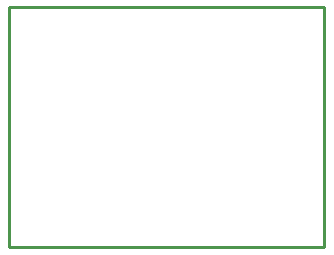
<source format=gbr>
%TF.GenerationSoftware,Altium Limited,Altium Designer,19.0.15 (446)*%
G04 Layer_Color=16711935*
%FSLAX45Y45*%
%MOMM*%
%TF.FileFunction,Other,Mechanical_1*%
%TF.Part,Single*%
G01*
G75*
%TA.AperFunction,NonConductor*%
%ADD36C,0.25400*%
D36*
X11938000Y5207000D02*
Y7239000D01*
X9271000Y5207000D02*
X11938000D01*
X9271000D02*
Y7239000D01*
X11938000D01*
%TF.MD5,96e6686b08d4e5401b058ca055320c4e*%
M02*

</source>
